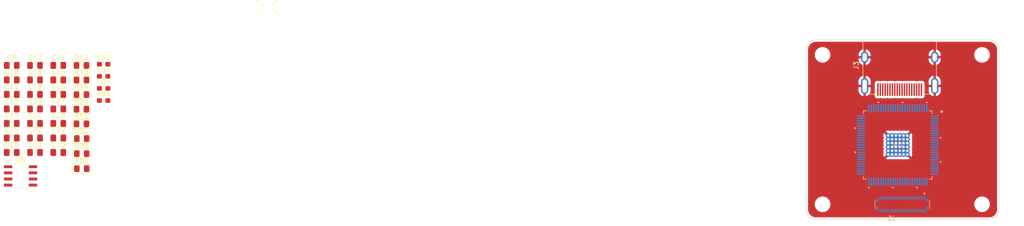
<source format=kicad_pcb>
(kicad_pcb (version 20240108) (generator "pcbnew") (generator_version "8.0")
  (layers (0 "F.Cu" signal) (1 "In1.Cu" signal) (2 "In2.Cu" signal) (31 "B.Cu" signal) (34 "B.Paste" user) (35 "F.Paste" user) (36 "B.SilkS" user "B.Silkscreen") (37 "F.SilkS" user "F.Silkscreen") (38 "B.Mask" user) (39 "F.Mask" user) (44 "Edge.Cuts" user))
  (net 0 "")
  (net 1 "GND")
  (net 2 "Net-(U8-EN)")
  (net 3 "+3V3")
  (net 4 "Net-(U4-PVDD)")
  (net 5 "Net-(C13-Pad1)")
  (net 6 "Net-(C14-Pad1)")
  (net 7 "Net-(C15-Pad1)")
  (net 8 "+5V")
  (net 9 "/HDMI In/DVI_IN_RECEP_SDA")
  (net 10 "/HDMI In/DVI_IN_HPD")
  (net 11 "Net-(J3-CK-)")
  (net 12 "Net-(J3-D2-)")
  (net 13 "/HDMI In/DVI_IN_RECEP_SCL")
  (net 14 "Net-(J3-CK+)")
  (net 15 "Net-(J3-D0-)")
  (net 16 "Net-(J3-D2+)")
  (net 17 "Net-(J3-D1-)")
  (net 18 "Net-(J3-D1+)")
  (net 19 "Net-(J3-D0+)")
  (net 26 "Net-(U4-*STAG)")
  (net 27 "Net-(U4-RSVD)")
  (net 28 "Net-(U4-DFO)")
  (net 30 "DVI_IN_GREEN_3")
  (net 35 "DVI_IN_BLUE_6")
  (net 37 "DVI_IN_RED_5")
  (net 38 "DVI_IN_GREEN_7")
  (net 42 "DVI_IN_GREEN_0")
  (net 44 "DVI_IN_RED_6")
  (net 46 "DVI_IN_BLUE_4")
  (net 47 "DVI_IN_RED_0")
  (net 48 "DVI_IN_DE")
  (net 50 "DVI_IN_GREEN_2")
  (net 52 "DVI_IN_BLUE_3")
  (net 53 "DVI_IN_BLUE_7")
  (net 55 "DVI_IN_BLUE_1")
  (net 60 "DVI_IN_RED_4")
  (net 62 "DVI_IN_GREEN_1")
  (net 63 "DVI_IN_BLUE_2")
  (net 66 "DVI_IN_RED_2")
  (net 68 "DVI_IN_RED_3")
  (net 69 "DVI_IN_BLUE_5")
  (net 70 "DVI_IN_GREEN_6")
  (net 71 "DVI_IN_VSYNC")
  (net 74 "DVI_IN_GREEN_5")
  (net 75 "DVI_IN_RED_1")
  (net 77 "DVI_IN_BLUE_0")
  (net 78 "DVI_IN_RED_7")
  (net 79 "DVI_IN_HSYNC")
  (net 83 "DVI_IN_GREEN_4")
  (net 84 "DVI_IN_SYNC_DET")
  (net 88 "DVI_IN_ODCK")
  (net 89 "DVI_IN_SDA")
  (net 90 "DVI_IN_SCL")
  (net 91 "XM_IO_1")
  (net 92 "XM_IO_6")
  (net 93 "XM_IO_21")
  (net 94 "XM_IO_8")
  (net 95 "XM_IO_9")
  (net 96 "XM_IO_16")
  (net 97 "XM_IO_2")
  (net 98 "XM_IO_30")
  (net 99 "XM_IO_7")
  (net 100 "XM_IO_24")
  (net 101 "XM_IO_10")
  (net 102 "XM_IO_17")
  (net 103 "XM_IO_12")
  (net 104 "XM_IO_5")
  (net 105 "XM_IO_25")
  (net 106 "XM_IO_23")
  (net 107 "XM_IO_18")
  (net 108 "XM_IO_26")
  (net 109 "XM_IO_29")
  (net 110 "XM_IO_4")
  (net 111 "XM_IO_14")
  (net 112 "XM_IO_20")
  (net 113 "XM_IO_27")
  (net 114 "XM_IO_11")
  (net 115 "XM_IO_22")
  (net 116 "XM_IO_15")
  (net 117 "XM_IO_28")
  (net 118 "XM_IO_19")
  (net 119 "XM_IO_3")
  (net 120 "XM_IO_13")
  (footprint "Capacitor_SMD:C_0805_2012Metric_Pad1.18x1.45mm_HandSolder" (layer "F.Cu") (at -42.751 38.644)
    (property "Reference" "C29" (at 0 -1.68 0) (layer "F.SilkS"))
    (property "Value" "10nF")
    (pad "1" smd roundrect (at -1.0375 0) (size 1.175 1.45) (layers "F.Cu" "F.Paste" "F.Mask") (roundrect_rratio 0.212766) (net 5 "Net-(C13-Pad1)"))
    (pad "2" smd roundrect (at 1.0375 0) (size 1.175 1.45) (layers "F.Cu" "F.Paste" "F.Mask") (roundrect_rratio 0.212766) (net 1 "GND"))
  )
  (footprint "Capacitor_SMD:C_0805_2012Metric_Pad1.18x1.45mm_HandSolder" (layer "F.Cu") (at -42.751 29.614)
    (property "Reference" "C26" (at 0 -1.68 0) (layer "F.SilkS"))
    (property "Value" "10nF")
    (pad "1" smd roundrect (at -1.0375 0) (size 1.175 1.45) (layers "F.Cu" "F.Paste" "F.Mask") (roundrect_rratio 0.212766) (net 5 "Net-(C13-Pad1)"))
    (pad "2" smd roundrect (at 1.0375 0) (size 1.175 1.45) (layers "F.Cu" "F.Paste" "F.Mask") (roundrect_rratio 0.212766) (net 1 "GND"))
  )
  (footprint "Capacitor_SMD:C_0805_2012Metric_Pad1.18x1.45mm_HandSolder" (layer "F.Cu") (at -47.561 38.644)
    (property "Reference" "C22" (at 0 -1.68 0) (layer "F.SilkS"))
    (property "Value" "10nF")
    (pad "1" smd roundrect (at -1.0375 0) (size 1.175 1.45) (layers "F.Cu" "F.Paste" "F.Mask") (roundrect_rratio 0.212766) (net 6 "Net-(C14-Pad1)"))
    (pad "2" smd roundrect (at 1.0375 0) (size 1.175 1.45) (layers "F.Cu" "F.Paste" "F.Mask") (roundrect_rratio 0.212766) (net 1 "GND"))
  )
  (footprint "Capacitor_SMD:C_0805_2012Metric_Pad1.18x1.45mm_HandSolder" (layer "F.Cu") (at -52.371 38.644)
    (property "Reference" "C15" (at 0 -1.68 0) (layer "F.SilkS"))
    (property "Value" "10uF")
    (pad "1" smd roundrect (at -1.0375 0) (size 1.175 1.45) (layers "F.Cu" "F.Paste" "F.Mask") (roundrect_rratio 0.212766) (net 7 "Net-(C15-Pad1)"))
    (pad "2" smd roundrect (at 1.0375 0) (size 1.175 1.45) (layers "F.Cu" "F.Paste" "F.Mask") (roundrect_rratio 0.212766) (net 1 "GND"))
  )
  (footprint "PCM_Resistor_SMD_AKL:R_0805_2012Metric_Pad1.15x1.40mm_HandSolder" (layer "F.Cu") (at -37.9445 35.7015)
    (property "Reference" "R51" (at 0 -1.65 0) (layer "F.SilkS"))
    (property "Value" "2.2k")
    (pad "1" smd roundrect (at -1.025 0) (size 1.15 1.4) (layers "F.Cu" "F.Paste" "F.Mask") (roundrect_rratio 0.217391))
    (pad "2" smd roundrect (at 1.025 0) (size 1.15 1.4) (layers "F.Cu" "F.Paste" "F.Mask") (roundrect_rratio 0.217391))
  )
  (footprint "Capacitor_SMD:C_0805_2012Metric_Pad1.18x1.45mm_HandSolder" (layer "F.Cu") (at -47.561 35.634)
    (property "Reference" "C21" (at 0 -1.68 0) (layer "F.SilkS"))
    (property "Value" "10nF")
    (pad "1" smd roundrect (at -1.0375 0) (size 1.175 1.45) (layers "F.Cu" "F.Paste" "F.Mask") (roundrect_rratio 0.212766) (net 6 "Net-(C14-Pad1)"))
    (pad "2" smd roundrect (at 1.0375 0) (size 1.175 1.45) (layers "F.Cu" "F.Paste" "F.Mask") (roundrect_rratio 0.212766) (net 1 "GND"))
  )
  (footprint "PCM_Resistor_SMD_AKL:R_0805_2012Metric_Pad1.15x1.40mm" (layer "F.Cu") (at -37.886 38.769)
    (property "Reference" "R52" (at 0 -1.7 0) (layer "F.SilkS"))
    (property "Value" "33k" (hide yes))
    (pad "1" smd roundrect (at -1.025 0) (size 1.15 1.4) (layers "F.Cu" "F.Paste" "F.Mask") (roundrect_rratio 0.217391) (net 26 "Net-(U4-*STAG)"))
    (pad "2" smd roundrect (at 1.025 0) (size 1.15 1.4) (layers "F.Cu" "F.Paste" "F.Mask") (roundrect_rratio 0.217391) (net 3 "+3V3"))
  )
  (footprint "Inductor_SMD:L_0603_1608Metric_Pad1.05x0.95mm_HandSolder" (layer "F.Cu") (at -33.371 28.364)
    (property "Reference" "FB4" (at 0 -1.43 0) (layer "F.SilkS"))
    (property "Value" "600Ω")
    (pad "1" smd roundrect (at -0.875 0) (size 1.05 0.95) (layers "F.Cu" "F.Paste" "F.Mask") (net 3 "+3V3"))
    (pad "2" smd roundrect (at 0.875 0) (size 1.05 0.95) (layers "F.Cu" "F.Paste" "F.Mask") (net 6 "Net-(C14-Pad1)"))
  )
  (footprint "Inductor_SMD:L_0603_1608Metric_Pad1.05x0.95mm_HandSolder" (layer "F.Cu") (at -33.371 25.854)
    (property "Reference" "FB3" (at 0 -1.43 0) (layer "F.SilkS"))
    (property "Value" "600Ω")
    (pad "1" smd roundrect (at -0.875 0) (size 1.05 0.95) (layers "F.Cu" "F.Paste" "F.Mask") (net 3 "+3V3"))
    (pad "2" smd roundrect (at 0.875 0) (size 1.05 0.95) (layers "F.Cu" "F.Paste" "F.Mask") (net 5 "Net-(C13-Pad1)"))
  )
  (footprint "Capacitor_SMD:C_0805_2012Metric_Pad1.18x1.45mm_HandSolder" (layer "F.Cu") (at -52.371 29.614)
    (property "Reference" "C12" (at 0 -1.68 0) (layer "F.SilkS"))
    (property "Value" "10uF")
    (pad "1" smd roundrect (at -1.0375 0) (size 1.175 1.45) (layers "F.Cu" "F.Paste" "F.Mask") (roundrect_rratio 0.212766) (net 4 "Net-(U4-PVDD)"))
    (pad "2" smd roundrect (at 1.0375 0) (size 1.175 1.45) (layers "F.Cu" "F.Paste" "F.Mask") (roundrect_rratio 0.212766) (net 1 "GND"))
  )
  (footprint "Capacitor_SMD:C_0805_2012Metric_Pad1.18x1.45mm_HandSolder" (layer "F.Cu") (at -52.371 26.604)
    (property "Reference" "C10" (at 0 -1.68 0) (layer "F.SilkS"))
    (property "Value" "470nF")
    (pad "1" smd roundrect (at -1.0375 0) (size 1.175 1.45) (layers "F.Cu" "F.Paste" "F.Mask") (roundrect_rratio 0.212766) (net 1 "GND"))
    (pad "2" smd roundrect (at 1.0375 0) (size 1.175 1.45) (layers "F.Cu" "F.Paste" "F.Mask") (roundrect_rratio 0.212766) (net 3 "+3V3"))
  )
  (footprint "Capacitor_SMD:C_0805_2012Metric_Pad1.18x1.45mm_HandSolder" (layer "F.Cu") (at -47.561 32.624)
    (property "Reference" "C20" (at 0 -1.68 0) (layer "F.SilkS"))
    (property "Value" "10nF")
    (pad "1" smd roundrect (at -1.0375 0) (size 1.175 1.45) (layers "F.Cu" "F.Paste" "F.Mask") (roundrect_rratio 0.212766) (net 6 "Net-(C14-Pad1)"))
    (pad "2" smd roundrect (at 1.0375 0) (size 1.175 1.45) (layers "F.Cu" "F.Paste" "F.Mask") (roundrect_rratio 0.212766) (net 1 "GND"))
  )
  (footprint "MountingHole:MountingHole_2.7mm_M2.5" (layer "F.Cu") (at 148.4 52.4)
    (property "Reference" "H2" (hide yes))
    (property "Value" "M2.5")
    (pad "" np_thru_hole circle (at 0 0) (size 2.7 2.7) (drill 2.7) (layers "*.Cu" "*.Mask"))
  )
  (footprint "Connector_HDMI:HDMI_A_Molex_208658-1001_Horizontal" (layer "F.Cu") (at 131.35 25.33 90)
    (property "Reference" "J3" (at 1.715 -9 -90) (layer "F.SilkS"))
    (property "Value" "HDMI_A")
    (pad "1" smd rect (at -3.285 -4.5 90) (size 2.6 0.3) (layers "F.Cu" "F.Paste" "F.Mask") (net 16 "Net-(J3-D2+)"))
    (pad "2" smd rect (at -3.285 -4 90) (size 2.6 0.3) (layers "F.Cu" "F.Paste" "F.Mask") (net 1 "GND"))
    (pad "3" smd rect (at -3.285 -3.5 90) (size 2.6 0.3) (layers "F.Cu" "F.Paste" "F.Mask") (net 12 "Net-(J3-D2-)"))
    (pad "4" smd rect (at -3.285 -3 90) (size 2.6 0.3) (layers "F.Cu" "F.Paste" "F.Mask") (net 18 "Net-(J3-D1+)"))
    (pad "5" smd rect (at -3.285 -2.5 90) (size 2.6 0.3) (layers "F.Cu" "F.Paste" "F.Mask") (net 1 "GND"))
    (pad "6" smd rect (at -3.285 -2 90) (size 2.6 0.3) (layers "F.Cu" "F.Paste" "F.Mask") (net 17 "Net-(J3-D1-)"))
    (pad "7" smd rect (at -3.285 -1.5 90) (size 2.6 0.3) (layers "F.Cu" "F.Paste" "F.Mask") (net 19 "Net-(J3-D0+)"))
    (pad "8" smd rect (at -3.285 -1 90) (size 2.6 0.3) (layers "F.Cu" "F.Paste" "F.Mask") (net 1 "GND"))
    (pad "9" smd rect (at -3.285 -0.5 90) (size 2.6 0.3) (layers "F.Cu" "F.Paste" "F.Mask") (net 15 "Net-(J3-D0-)"))
    (pad "10" smd rect (at -3.285 0 90) (size 2.6 0.3) (layers "F.Cu" "F.Paste" "F.Mask") (net 14 "Net-(J3-CK+)"))
    (pad "11" smd rect (at -3.285 0.5 90) (size 2.6 0.3) (layers "F.Cu" "F.Paste" "F.Mask") (net 1 "GND"))
    (pad "12" smd rect (at -3.285 1 90) (size 2.6 0.3) (layers "F.Cu" "F.Paste" "F.Mask") (net 11 "Net-(J3-CK-)"))
    (pad "13" smd rect (at -3.285 1.5 90) (size 2.6 0.3) (layers "F.Cu" "F.Paste" "F.Mask"))
    (pad "14" smd rect (at -3.285 2 90) (size 2.6 0.3) (layers "F.Cu" "F.Paste" "F.Mask"))
    (pad "15" smd rect (at -3.285 2.5 90) (size 2.6 0.3) (layers "F.Cu" "F.Paste" "F.Mask") (net 13 "/HDMI In/DVI_IN_RECEP_SCL"))
    (pad "16" smd rect (at -3.285 3 90) (size 2.6 0.3) (layers "F.Cu" "F.Paste" "F.Mask") (net 9 "/HDMI In/DVI_IN_RECEP_SDA"))
    (pad "17" smd rect (at -3.285 3.5 90) (size 2.6 0.3) (layers "F.Cu" "F.Paste" "F.Mask") (net 1 "GND"))
    (pad "18" smd rect (at -3.285 4 90) (size 2.6 0.3) (layers "F.Cu" "F.Paste" "F.Mask"))
    (pad "19" smd rect (at -3.285 4.5 90) (size 2.6 0.3) (layers "F.Cu" "F.Paste" "F.Mask") (net 10 "/HDMI In/DVI_IN_HPD"))
    (pad "SH" thru_hole oval (at -2.525 -7.25 90) (size 3.3 1.5) (drill oval 2.7 0.9) (layers "*.Cu" "*.Mask") (net 1 "GND"))
    (pad "SH" thru_hole oval (at -2.525 7.25 90) (size 3.3 1.5) (drill oval 2.7 0.9) (layers "*.Cu" "*.Mask") (net 1 "GND"))
    (pad "SH" thru_hole oval (at 3.435 -7.25 90) (size 2.3 1.5) (drill oval 1.7 0.9) (layers "*.Cu" "*.Mask") (net 1 "GND"))
    (pad "SH" thru_hole oval (at 3.435 7.25 90) (size 2.3 1.5) (drill oval 1.7 0.9) (layers "*.Cu" "*.Mask") (net 1 "GND"))
  )
  (footprint "MountingHole:MountingHole_2.7mm_M2.5" (layer "F.Cu") (at 115.4 21.4)
    (property "Reference" "H4" (hide yes))
    (property "Value" "M2.5")
    (pad "" np_thru_hole circle (at 0 0) (size 2.7 2.7) (drill 2.7) (layers "*.Cu" "*.Mask"))
  )
  (footprint "Capacitor_SMD:C_0805_2012Metric_Pad1.18x1.45mm_HandSolder" (layer "F.Cu") (at -47.561 41.654)
    (property "Reference" "C23" (at 0 -1.68 0) (layer "F.SilkS"))
    (property "Value" "10nF")
    (pad "1" smd roundrect (at -1.0375 0) (size 1.175 1.45) (layers "F.Cu" "F.Paste" "F.Mask") (roundrect_rratio 0.212766) (net 7 "Net-(C15-Pad1)"))
    (pad "2" smd roundrect (at 1.0375 0) (size 1.175 1.45) (layers "F.Cu" "F.Paste" "F.Mask") (roundrect_rratio 0.212766) (net 1 "GND"))
  )
  (footprint "Capacitor_SMD:C_0805_2012Metric_Pad1.18x1.45mm_HandSolder" (layer "F.Cu") (at -42.751 41.654)
    (property "Reference" "C30" (at 0 -1.68 0) (layer "F.SilkS"))
    (property "Value" "10nF")
    (pad "1" smd roundrect (at -1.0375 0) (size 1.175 1.45) (layers "F.Cu" "F.Paste" "F.Mask") (roundrect_rratio 0.212766) (net 5 "Net-(C13-Pad1)"))
    (pad "2" smd roundrect (at 1.0375 0) (size 1.175 1.45) (layers "F.Cu" "F.Paste" "F.Mask") (roundrect_rratio 0.212766) (net 1 "GND"))
  )
  (footprint "PCM_Resistor_SMD_AKL:R_0805_2012Metric_Pad1.15x1.40mm" (layer "F.Cu") (at -37.886 41.889)
    (property "Reference" "R53" (at 0 -1.7 0) (layer "F.SilkS"))
    (property "Value" "10k" (hide yes))
    (pad "1" smd roundrect (at -1.025 0) (size 1.15 1.4) (layers "F.Cu" "F.Paste" "F.Mask") (roundrect_rratio 0.217391) (net 27 "Net-(U4-RSVD)"))
    (pad "2" smd roundrect (at 1.025 0) (size 1.15 1.4) (layers "F.Cu" "F.Paste" "F.Mask") (roundrect_rratio 0.217391) (net 3 "+3V3"))
  )
  (footprint "PCM_Resistor_SMD_AKL:R_0805_2012Metric_Pad1.15x1.40mm" (layer "F.Cu") (at -37.886 45.009)
    (property "Reference" "R54" (at 0 -1.7 0) (layer "F.SilkS"))
    (property "Value" "33k" (hide yes))
    (pad "1" smd roundrect (at -1.025 0) (size 1.15 1.4) (layers "F.Cu" "F.Paste" "F.Mask") (roundrect_rratio 0.217391) (net 3 "+3V3"))
    (pad "2" smd roundrect (at 1.025 0) (size 1.15 1.4) (layers "F.Cu" "F.Paste" "F.Mask") (roundrect_rratio 0.217391) (net 28 "Net-(U4-DFO)"))
  )
  (footprint "Package_SO:SO-8_3.9x4.9mm_P1.27mm" (layer "F.Cu") (at -50.551 46.514)
    (property "Reference" "U8" (at 0 -3.4 0) (layer "F.SilkS"))
    (property "Value" "PCA9306D")
    (pad "1" smd roundrect (at -2.575 -1.905) (size 1.75 0.6) (layers "F.Cu" "F.Paste" "F.Mask") (net 1 "GND"))
    (pad "2" smd roundrect (at -2.575 -0.635) (size 1.75 0.6) (layers "F.Cu" "F.Paste" "F.Mask") (net 3 "+3V3"))
    (pad "3" smd roundrect (at -2.575 0.635) (size 1.75 0.6) (layers "F.Cu" "F.Paste" "F.Mask") (net 90 "DVI_IN_SCL"))
    (pad "4" smd roundrect (at -2.575 1.905) (size 1.75 0.6) (layers "F.Cu" "F.Paste" "F.Mask") (net 89 "DVI_IN_SDA"))
    (pad "5" smd roundrect (at 2.575 1.905) (size 1.75 0.6) (layers "F.Cu" "F.Paste" "F.Mask") (net 9 "/HDMI In/DVI_IN_RECEP_SDA"))
    (pad "6" smd roundrect (at 2.575 0.635) (size 1.75 0.6) (layers "F.Cu" "F.Paste" "F.Mask") (net 13 "/HDMI In/DVI_IN_RECEP_SCL"))
    (pad "7" smd roundrect (at 2.575 -0.635) (size 1.75 0.6) (layers "F.Cu" "F.Paste" "F.Mask") (net 2 "Net-(U8-EN)"))
    (pad "8" smd roundrect (at 2.575 -1.905) (size 1.75 0.6) (layers "F.Cu" "F.Paste" "F.Mask") (net 2 "Net-(U8-EN)"))
  )
  (footprint "Capacitor_SMD:C_0805_2012Metric_Pad1.18x1.45mm_HandSolder" (layer "F.Cu") (at -42.751 35.634)
    (property "Reference" "C28" (at 0 -1.68 0) (layer "F.SilkS"))
    (property "Value" "10nF")
    (pad "1" smd roundrect (at -1.0375 0) (size 1.175 1.45) (layers "F.Cu" "F.Paste" "F.Mask") (roundrect_rratio 0.212766) (net 5 "Net-(C13-Pad1)"))
    (pad "2" smd roundrect (at 1.0375 0) (size 1.175 1.45) (layers "F.Cu" "F.Paste" "F.Mask") (roundrect_rratio 0.212766) (net 1 "GND"))
  )
  (footprint "Capacitor_SMD:C_0805_2012Metric_Pad1.18x1.45mm_HandSolder" (layer "F.Cu") (at -52.371 23.594)
    (property "Reference" "C8" (at 0 -1.68 0) (layer "F.SilkS"))
    (property "Value" "100pF")
    (pad "1" smd roundrect (at -1.0375 0) (size 1.175 1.45) (layers "F.Cu" "F.Paste" "F.Mask") (roundrect_rratio 0.212766) (net 1 "GND"))
    (pad "2" smd roundrect (at 1.0375 0) (size 1.175 1.45) (layers "F.Cu" "F.Paste" "F.Mask") (roundrect_rratio 0.212766) (net 2 "Net-(U8-EN)"))
  )
  (footprint "Capacitor_SMD:C_0805_2012Metric_Pad1.18x1.45mm_HandSolder" (layer "F.Cu") (at -47.561 23.594)
    (property "Reference" "C17" (at 0 -1.68 0) (layer "F.SilkS"))
    (property "Value" "10nF")
    (pad "1" smd roundrect (at -1.0375 0) (size 1.175 1.45) (layers "F.Cu" "F.Paste" "F.Mask") (roundrect_rratio 0.212766) (net 4 "Net-(U4-PVDD)"))
    (pad "2" smd roundrect (at 1.0375 0) (size 1.175 1.45) (layers "F.Cu" "F.Paste" "F.Mask") (roundrect_rratio 0.212766) (net 1 "GND"))
  )
  (footprint "Capacitor_SMD:C_0805_2012Metric_Pad1.18x1.45mm_HandSolder" (layer "F.Cu") (at -47.561 29.614)
    (property "Reference" "C19" (at 0 -1.68 0) (layer "F.SilkS"))
    (property "Value" "10nF")
    (pad "1" smd roundrect (at -1.0375 0) (size 1.175 1.45) (layers "F.Cu" "F.Paste" "F.Mask") (roundrect_rratio 0.212766) (net 6 "Net-(C14-Pad1)"))
    (pad "2" smd roundrect (at 1.0375 0) (size 1.175 1.45) (layers "F.Cu" "F.Paste" "F.Mask") (roundrect_rratio 0.212766) (net 1 "GND"))
  )
  (footprint "Capacitor_SMD:C_0805_2012Metric_Pad1.18x1.45mm_HandSolder" (layer "F.Cu") (at -42.751 26.604)
    (property "Reference" "C25" (at 0 -1.68 0) (layer "F.SilkS"))
    (property "Value" "10nF")
    (pad "1" smd roundrect (at -1.0375 0) (size 1.175 1.45) (layers "F.Cu" "F.Paste" "F.Mask") (roundrect_rratio 0.212766) (net 7 "Net-(C15-Pad1)"))
    (pad "2" smd roundrect (at 1.0375 0) (size 1.175 1.45) (layers "F.Cu" "F.Paste" "F.Mask") (roundrect_rratio 0.212766) (net 1 "GND"))
  )
  (footprint "Capacitor_SMD:C_0805_2012Metric_Pad1.18x1.45mm_HandSolder" (layer "F.Cu") (at -47.561 26.604)
    (property "Reference" "C18" (at 0 -1.68 0) (layer "F.SilkS"))
    (property "Value" "10nF")
    (pad "1" smd roundrect (at -1.0375 0) (size 1.175 1.45) (layers "F.Cu" "F.Paste" "F.Mask") (roundrect_rratio 0.212766) (net 4 "Net-(U4-PVDD)"))
    (pad "2" smd roundrect (at 1.0375 0) (size 1.175 1.45) (layers "F.Cu" "F.Paste" "F.Mask") (roundrect_rratio 0.212766) (net 1 "GND"))
  )
  (footprint "MountingHole:MountingHole_2.7mm_M2.5" (layer "F.Cu") (at 148.4 21.4)
    (property "Reference" "H3" (hide yes))
    (property "Value" "M2.5")
    (pad "" np_thru_hole circle (at 0 0) (size 2.7 2.7) (drill 2.7) (layers "*.Cu" "*.Mask"))
  )
  (footprint "PCM_Resistor_SMD_AKL:R_0805_2012Metric_Pad1.15x1.40mm_HandSolder" (layer "F.Cu") (at -37.9445 29.6515)
    (property "Reference" "R44" (at 0 -1.65 0) (layer "F.SilkS"))
    (property "Value" "200k")
    (pad "1" smd roundrect (at -1.025 0) (size 1.15 1.4) (layers "F.Cu" "F.Paste" "F.Mask") (roundrect_rratio 0.217391) (net 8 "+5V"))
    (pad "2" smd roundrect (at 1.025 0) (size 1.15 1.4) (layers "F.Cu" "F.Paste" "F.Mask") (roundrect_rratio 0.217391) (net 2 "Net-(U8-EN)"))
  )
  (footprint "Capacitor_SMD:C_0805_2012Metric_Pad1.18x1.45mm_HandSolder" (layer "F.Cu") (at -52.371 35.634)
    (property "Reference" "C14" (at 0 -1.68 0) (layer "F.SilkS"))
    (property "Value" "10uF")
    (pad "1" smd roundrect (at -1.0375 0) (size 1.175 1.45) (layers "F.Cu" "F.Paste" "F.Mask") (roundrect_rratio 0.212766) (net 6 "Net-(C14-Pad1)"))
    (pad "2" smd roundrect (at 1.0375 0) (size 1.175 1.45) (layers "F.Cu" "F.Paste" "F.Mask") (roundrect_rratio 0.212766) (net 1 "GND"))
  )
  (footprint "Capacitor_SMD:C_0805_2012Metric_Pad1.18x1.45mm_HandSolder" (layer "F.Cu") (at -52.371 32.624)
    (property "Reference" "C13" (at 0 -1.68 0) (layer "F.SilkS"))
    (property "Value" "10uF")
    (pad "1" smd roundrect (at -1.0375 0) (size 1.175 1.45) (layers "F.Cu" "F.Paste" "F.Mask") (roundrect_rratio 0.212766) (net 5 "Net-(C13-Pad1)"))
    (pad "2" smd roundrect (at 1.0375 0) (size 1.175 1.45) (layers "F.Cu" "F.Paste" "F.Mask") (roundrect_rratio 0.212766) (net 1 "GND"))
  )
  (footprint "Capacitor_SMD:C_0805_2012Metric_Pad1.18x1.45mm_HandSolder" (layer "F.Cu") (at -42.751 23.594)
    (property "Reference" "C24" (at 0 -1.68 0) (layer "F.SilkS"))
    (property "Value" "10nF")
    (pad "1" smd roundrect (at -1.0375 0) (size 1.175 1.45) (layers "F.Cu" "F.Paste" "F.Mask") (roundrect_rratio 0.212766) (net 7 "Net-(C15-Pad1)"))
    (pad "2" smd roundrect (at 1.0375 0) (size 1.175 1.45) (layers "F.Cu" "F.Paste" "F.Mask") (roundrect_rratio 0.212766) (net 1 "GND"))
  )
  (footprint "MountingHole:MountingHole_2.7mm_M2.5" (layer "F.Cu") (at 115.4 52.4)
    (property "Reference" "H1" (hide yes))
    (property "Value" "M2.5")
    (pad "" np_thru_hole circle (at 0 0) (size 2.7 2.7) (drill 2.7) (layers "*.Cu" "*.Mask"))
  )
  (footprint "PCM_Resistor_SMD_AKL:R_0805_2012Metric_Pad1.15x1.40mm_HandSolder" (layer "F.Cu") (at -37.9445 23.6015)
    (property "Reference" "R42" (at 0 -1.65 0) (layer "F.SilkS"))
    (property "Value" "2.2k")
    (pad "1" smd roundrect (at -1.025 0) (size 1.15 1.4) (layers "F.Cu" "F.Paste" "F.Mask") (roundrect_rratio 0.217391) (net 8 "+5V"))
    (pad "2" smd roundrect (at 1.025 0) (size 1.15 1.4) (layers "F.Cu" "F.Paste" "F.Mask") (roundrect_rratio 0.217391) (net 9 "/HDMI In/DVI_IN_RECEP_SDA"))
  )
  (footprint "PCM_Resistor_SMD_AKL:R_0805_2012Metric_Pad1.15x1.40mm_HandSolder" (layer "F.Cu") (at -37.9445 32.6765)
    (property "Reference" "R50" (at 0 -1.65 0) (layer "F.SilkS"))
    (property "Value" "2.2k")
    (pad "1" smd roundrect (at -1.025 0) (size 1.15 1.4) (layers "F.Cu" "F.Paste" "F.Mask") (roundrect_rratio 0.217391))
    (pad "2" smd roundrect (at 1.025 0) (size 1.15 1.4) (layers "F.Cu" "F.Paste" "F.Mask") (roundrect_rratio 0.217391))
  )
  (footprint "Mousebites:mouse-bite-2.54mm-slot" (layer "F.Cu") (at 0.504 11.379)
    (property "Reference" "X5" (hide yes))
    (property "Value" "Mousebites" (hide yes))
    (pad "" np_thru_hole circle (at -0.8 -1.1) (size 0.5 0.5) (drill 0.5) (layers "*.Cu" "*.Mask"))
    (pad "" np_thru_hole circle (at -0.8 1.1) (size 0.5 0.5) (drill 0.5) (layers "*.Cu" "*.Mask"))
    (pad "" np_thru_hole circle (at 0 -1.1) (size 0.5 0.5) (drill 0.5) (layers "*.Cu" "*.Mask"))
    (pad "" np_thru_hole circle (at 0 1.1) (size 0.5 0.5) (drill 0.5) (layers "*.Cu" "*.Mask"))
    (pad "" np_thru_hole circle (at 0.8 -1.1) (size 0.5 0.5) (drill 0.5) (layers "*.Cu" "*.Mask"))
    (pad "" np_thru_hole circle (at 0.8 1.1) (size 0.5 0.5) (drill 0.5) (layers "*.Cu" "*.Mask"))
  )
  (footprint "Capacitor_SMD:C_0805_2012Metric_Pad1.18x1.45mm_HandSolder" (layer "F.Cu") (at -52.371 41.654)
    (property "Reference" "C16" (at 0 -1.68 0) (layer "F.SilkS"))
    (property "Value" "10nF")
    (pad "1" smd roundrect (at -1.0375 0) (size 1.175 1.45) (layers "F.Cu" "F.Paste" "F.Mask") (roundrect_rratio 0.212766) (net 4 "Net-(U4-PVDD)"))
    (pad "2" smd roundrect (at 1.0375 0) (size 1.175 1.45) (layers "F.Cu" "F.Paste" "F.Mask") (roundrect_rratio 0.212766) (net 1 "GND"))
  )
  (footprint "Inductor_SMD:L_0603_1608Metric_Pad1.05x0.95mm_HandSolder" (layer "F.Cu") (at -33.371 23.344)
    (property "Reference" "FB2" (at 0 -1.43 0) (layer "F.SilkS"))
    (property "Value" "600Ω")
    (pad "1" smd roundrect (at -0.875 0) (size 1.05 0.95) (layers "F.Cu" "F.Paste" "F.Mask") (net 3 "+3V3"))
    (pad "2" smd roundrect (at 0.875 0) (size 1.05 0.95) (layers "F.Cu" "F.Paste" "F.Mask") (net 4 "Net-(U4-PVDD)"))
  )
  (footprint "Inductor_SMD:L_0603_1608Metric_Pad1.05x0.95mm_HandSolder" (layer "F.Cu") (at -33.371 30.874)
    (property "Reference" "FB5" (at 0 -1.43 0) (layer "F.SilkS"))
    (property "Value" "600Ω")
    (pad "1" smd roundrect (at -0.875 0) (size 1.05 0.95) (layers "F.Cu" "F.Paste" "F.Mask") (net 3 "+3V3"))
    (pad "2" smd roundrect (at 0.875 0) (size 1.05 0.95) (layers "F.Cu" "F.Paste" "F.Mask") (net 7 "Net-(C15-Pad1)"))
  )
  (footprint "Capacitor_SMD:C_0805_2012Metric_Pad1.18x1.45mm_HandSolder" (layer "F.Cu") (at -42.751 32.624)
    (property "Reference" "C27" (at 0 -1.68 0) (layer "F.SilkS"))
    (property "Value" "10nF")
    (pad "1" smd roundrect (at -1.0375 0) (size 1.175 1.45) (layers "F.Cu" "F.Paste" "F.Mask") (roundrect_rratio 0.212766) (net 5 "Net-(C13-Pad1)"))
    (pad "2" smd roundrect (at 1.0375 0) (size 1.175 1.45) (layers "F.Cu" "F.Paste" "F.Mask") (roundrect_rratio 0.212766) (net 1 "GND"))
  )
  (footprint "PCM_Resistor_SMD_AKL:R_0805_2012Metric_Pad1.15x1.40mm_HandSolder" (layer "F.Cu") (at -37.9445 26.6265)
    (property "Reference" "R43" (at 0 -1.65 0) (layer "F.SilkS"))
    (property "Value" "2.2k")
    (pad "1" smd roundrect (at -1.025 0) (size 1.15 1.4) (layers "F.Cu" "F.Paste" "F.Mask") (roundrect_rratio 0.217391) (net 8 "+5V"))
    (pad "2" smd roundrect (at 1.025 0) (size 1.15 1.4) (layers "F.Cu" "F.Paste" "F.Mask") (roundrect_rratio 0.217391) (net 13 "/HDMI In/DVI_IN_RECEP_SCL"))
  )
  (footprint "DF40GB_48DP_0_4V_58_:HIROSE_DF40GB-48DP-0.4V_58_" (layer "B.Cu") (at 131.9 52.4)
    (property "Reference" "J1" (at -2.2225 2.8575 0) (layer "B.SilkS") (effects (justify mirror)))
    (property "Value" "DF40GB-48DP-0.4V(51 or 58)" (hide yes))
    (pad "1" smd rect (at 4.6 -1.335) (size 0.23 0.66) (layers "B.Cu") (net 91 "XM_IO_1"))
    (pad "2" smd rect (at 4.6 1.335) (size 0.23 0.66) (layers "B.Cu") (net 1 "GND"))
    (pad "3" smd rect (at 4.2 -1.335) (size 0.23 0.66) (layers "B.Cu") (net 97 "XM_IO_2"))
    (pad "4" smd rect (at 4.2 1.335) (size 0.23 0.66) (layers "B.Cu") (net 1 "GND"))
    (pad "5" smd rect (at 3.8 -1.335) (size 0.23 0.66) (layers "B.Cu") (net 119 "XM_IO_3"))
    (pad "6" smd rect (at 3.8 1.335) (size 0.23 0.66) (layers "B.Cu") (net 1 "GND"))
    (pad "7" smd rect (at 3.4 -1.335) (size 0.23 0.66) (layers "B.Cu") (net 110 "XM_IO_4"))
    (pad "8" smd rect (at 3.4 1.335) (size 0.23 0.66) (layers "B.Cu") (net 1 "GND"))
    (pad "9" smd rect (at 3 -1.335) (size 0.23 0.66) (layers "B.Cu") (net 104 "XM_IO_5"))
    (pad "10" smd rect (at 3 1.335) (size 0.23 0.66) (layers "B.Cu") (net 8 "+5V"))
    (pad "11" smd rect (at 2.6 -1.335) (size 0.23 0.66) (layers "B.Cu") (net 92 "XM_IO_6"))
    (pad "12" smd rect (at 2.6 1.335) (size 0.23 0.66) (layers "B.Cu") (net 98 "XM_IO_30"))
    (pad "13" smd rect (at 2.2 -1.335) (size 0.23 0.66) (layers "B.Cu") (net 99 "XM_IO_7"))
    (pad "14" smd rect (at 2.2 1.335) (size 0.23 0.66) (layers "B.Cu") (net 109 "XM_IO_29"))
    (pad "15" smd rect (at 1.8 -1.335) (size 0.23 0.66) (layers "B.Cu") (net 1 "GND"))
    (pad "16" smd rect (at 1.8 1.335) (size 0.23 0.66) (layers "B.Cu") (net 1 "GND"))
    (pad "17" smd rect (at 1.4 -1.335) (size 0.23 0.66) (layers "B.Cu") (net 1 "GND"))
    (pad "18" smd rect (at 1.4 1.335) (size 0.23 0.66) (layers "B.Cu") (net 1 "GND"))
    (pad "19" smd rect (at 1 -1.335) (size 0.23 0.66) (layers "B.Cu") (net 94 "XM_IO_8"))
    (pad "20" smd rect (at 1 1.335) (size 0.23 0.66) (layers "B.Cu") (net 117 "XM_IO_28"))
    (pad "21" smd rect (at 0.6 -1.335) (size 0.23 0.66) (layers "B.Cu") (net 95 "XM_IO_9"))
    (pad "22" smd rect (at 0.6 1.335) (size 0.23 0.66) (layers "B.Cu") (net 113 "XM_IO_27"))
    (pad "23" smd rect (at 0.2 -1.335) (size 0.23 0.66) (layers "B.Cu") (net 101 "XM_IO_10"))
    (pad "24" smd rect (at 0.2 1.335) (size 0.23 0.66) (layers "B.Cu") (net 108 "XM_IO_26"))
    (pad "25" smd rect (at -0.2 -1.335) (size 0.23 0.66) (layers "B.Cu") (net 114 "XM_IO_11"))
    (pad "26" smd rect (at -0.2 1.335) (size 0.23 0.66) (layers "B.Cu") (net 105 "XM_IO_25"))
    (pad "27" smd rect (at -0.6 -1.335) (size 0.23 0.66) (layers "B.Cu") (net 103 "XM_IO_12"))
    (pad "28" smd rect (at -0.6 1.335) (size 0.23 0.66) (layers "B.Cu") (net 100 "XM_IO_24"))
    (pad "29" smd rect (at -1 -1.335) (size 0.23 0.66) (layers "B.Cu") (net 120 "XM_IO_13"))
    (pad "30" smd rect (at -1 1.335) (size 0.23 0.66) (layers "B.Cu") (net 106 "XM_IO_23"))
    (pad "31" smd rect (at -1.4 -1.335) (size 0.23 0.66) (layers "B.Cu") (net 1 "GND"))
    (pad "32" smd rect (at -1.4 1.335) (size 0.23 0.66) (layers "B.Cu") (net 1 "GND"))
    (pad "33" smd rect (at -1.8 -1.335) (size 0.23 0.66) (layers "B.Cu") (net 1 "GND"))
    (pad "34" smd rect (at -1.8 1.335) (size 0.23 0.66) (layers "B.Cu") (net 1 "GND"))
    (pad "35" smd rect (at -2.2 -1.335) (size 0.23 0.66) (layers "B.Cu") (net 111 "XM_IO_14"))
    (pad "36" smd rect (at -2.2 1.335) (size 0.23 0.66) (layers "B.Cu") (net 115 "XM_IO_22"))
    (pad "37" smd rect (at -2.6 -1.335) (size 0.23 0.66) (layers "B.Cu") (net 116 "XM_IO_15"))
    (pad "38" smd rect (at -2.6 1.335) (size 0.23 0.66) (layers "B.Cu") (net 93 "XM_IO_21"))
    (pad "39" smd rect (at -3 -1.335) (size 0.23 0.66) (layers "B.Cu") (net 96 "XM_IO_16"))
    (pad "40" smd rect (at -3 1.335) (size 0.23 0.66) (layers "B.Cu") (net 3 "+3V3"))
    (pad "41" smd rect (at -3.4 -1.335) (size 0.23 0.66) (layers "B.Cu") (net 102 "XM_IO_17"))
    (pad "42" smd rect (at -3.4 1.335) (size 0.23 0.66) (layers "B.Cu") (net 3 "+3V3"))
    (pad "43" smd rect (at -3.8 -1.335) (size 0.23 0.66) (layers "B.Cu") (net 107 "XM_IO_18"))
    (pad "44" smd rect (at -3.8 1.335) (size 0.23 0.66) (layers "B.Cu") (net 3 "+3V3"))
    (pad "45" smd rect (at -4.2 -1.335) (size 0.23 0.66) (layers "B.Cu") (net 118 "XM_IO_19"))
    (pad "46" smd rect (at -4.2 1.335) (size 0.23 0.66) (layers "B.Cu") (net 3 "+3V3"))
    (pad "47" smd rect (at -4.6 -1.335) (size 0.23 0.66) (layers "B.Cu") (net 112 "XM_IO_20"))
    (pad "48" smd rect (at -4.6 1.335) (size 0.23 0.66) (layers "B.Cu") (net 3 "+3V3"))
    (pad "SH1" smd rect (at -5.135 -0.86) (size 0.35 0.7) (layers "B.Cu") (net 1 "GND"))
    (pad "SH2" smd rect (at -5.135 0.86) (size 0.35 0.7) (layers "B.Cu") (net 1 "GND"))
    (pad "SH3" smd rect (at 5.135 -0.86) (size 0.35 0.7) (layers "B.Cu") (net 1 "GND"))
    (pad "SH4" smd rect (at 5.135 0.86) (size 0.35 0.7) (layers "B.Cu") (net 1 "GND"))
  )
  (footprint "TFP401PZP:PZP100_5P2X5P2" (layer "B.Cu") (at 130.970001 40.1 180)
    (property "Reference" "U4" (at 0 0 0) (layer "B.SilkS") (effects (justify mirror)))
    (property "Value" "TFP401PZP")
    (fp_text user "*" (at -9.0932 6.631 0) (layer "B.SilkS") (effects (justify mirror)))
    (fp_text user "*" (at -9.0932 6.631 0) (layer "B.SilkS") (effects (justify mirror)))
    (pad "1" smd roundrect (at -7.62 6.000001 90) (size 0.2794 1.6764) (layers "B.Cu" "B.Paste" "B.Mask") (net 28 "Net-(U4-DFO)"))
    (pad "2" smd roundrect (at -7.62 5.499999 90) (size 0.2794 1.6764) (layers "B.Cu" "B.Paste" "B.Mask"))
    (pad "3" smd roundrect (at -7.62 5 90) (size 0.2794 1.6764) (layers "B.Cu" "B.Paste" "B.Mask") (net 1 "GND"))
    (pad "4" smd roundrect (at -7.62 4.500001 90) (size 0.2794 1.6764) (layers "B.Cu" "B.Paste" "B.Mask") (net 1 "GND"))
    (pad "5" smd roundrect (at -7.62 4 90) (size 0.2794 1.6764) (layers "B.Cu" "B.Paste" "B.Mask") (net 1 "GND"))
    (pad "6" smd roundrect (at -7.62 3.500001 90) (size 0.2794 1.6764) (layers "B.Cu" "B.Paste" "B.Mask") (net 7 "Net-(C15-Pad1)"))
    (pad "7" smd roundrect (at -7.62 2.999999 90) (size 0.2794 1.6764) (layers "B.Cu" "B.Paste" "B.Mask") (net 26 "Net-(U4-*STAG)"))
    (pad "8" smd roundrect (at -7.62 2.5 90) (size 0.2794 1.6764) (layers "B.Cu" "B.Paste" "B.Mask") (net 84 "DVI_IN_SYNC_DET"))
    (pad "9" smd roundrect (at -7.62 2.000001 90) (size 0.2794 1.6764) (layers "B.Cu" "B.Paste" "B.Mask"))
    (pad "10" smd roundrect (at -7.62 1.5 90) (size 0.2794 1.6764) (layers "B.Cu" "B.Paste" "B.Mask") (net 77 "DVI_IN_BLUE_0"))
    (pad "11" smd roundrect (at -7.62 1.000001 90) (size 0.2794 1.6764) (layers "B.Cu" "B.Paste" "B.Mask") (net 55 "DVI_IN_BLUE_1"))
    (pad "12" smd roundrect (at -7.62 0.500002 90) (size 0.2794 1.6764) (layers "B.Cu" "B.Paste" "B.Mask") (net 63 "DVI_IN_BLUE_2"))
    (pad "13" smd roundrect (at -7.62 0 90) (size 0.2794 1.6764) (layers "B.Cu" "B.Paste" "B.Mask") (net 52 "DVI_IN_BLUE_3"))
    (pad "14" smd roundrect (at -7.62 -0.499999 90) (size 0.2794 1.6764) (layers "B.Cu" "B.Paste" "B.Mask") (net 46 "DVI_IN_BLUE_4"))
    (pad "15" smd roundrect (at -7.62 -1.000001 90) (size 0.2794 1.6764) (layers "B.Cu" "B.Paste" "B.Mask") (net 69 "DVI_IN_BLUE_5"))
    (pad "16" smd roundrect (at -7.62 -1.5 90) (size 0.2794 1.6764) (layers "B.Cu" "B.Paste" "B.Mask") (net 35 "DVI_IN_BLUE_6"))
    (pad "17" smd roundrect (at -7.62 -1.999999 90) (size 0.2794 1.6764) (layers "B.Cu" "B.Paste" "B.Mask") (net 53 "DVI_IN_BLUE_7"))
    (pad "18" smd roundrect (at -7.62 -2.5 90) (size 0.2794 1.6764) (layers "B.Cu" "B.Paste" "B.Mask") (net 5 "Net-(C13-Pad1)"))
    (pad "19" smd roundrect (at -7.62 -2.999999 90) (size 0.2794 1.6764) (layers "B.Cu" "B.Paste" "B.Mask") (net 1 "GND"))
    (pad "20" smd roundrect (at -7.62 -3.500001 90) (size 0.2794 1.6764) (layers "B.Cu" "B.Paste" "B.Mask") (net 42 "DVI_IN_GREEN_0"))
    (pad "21" smd roundrect (at -7.62 -4 90) (size 0.2794 1.6764) (layers "B.Cu" "B.Paste" "B.Mask") (net 62 "DVI_IN_GREEN_1"))
    (pad "22" smd roundrect (at -7.62 -4.499999 90) (size 0.2794 1.6764) (layers "B.Cu" "B.Paste" "B.Mask") (net 50 "DVI_IN_GREEN_2"))
    (pad "23" smd roundrect (at -7.62 -5 90) (size 0.2794 1.6764) (layers "B.Cu" "B.Paste" "B.Mask") (net 30 "DVI_IN_GREEN_3"))
    (pad "24" smd roundrect (at -7.62 -5.499999 90) (size 0.2794 1.6764) (layers "B.Cu" "B.Paste" "B.Mask") (net 83 "DVI_IN_GREEN_4"))
    (pad "25" smd roundrect (at -7.62 -6.000001 90) (size 0.2794 1.6764) (layers "B.Cu" "B.Paste" "B.Mask") (net 74 "DVI_IN_GREEN_5"))
    (pad "26" smd roundrect (at -6.000001 -7.62 180) (size 0.2794 1.6764) (layers "B.Cu" "B.Paste" "B.Mask") (net 70 "DVI_IN_GREEN_6"))
    (pad "27" smd roundrect (at -5.499999 -7.62 180) (size 0.2794 1.6764) (layers "B.Cu" "B.Paste" "B.Mask") (net 38 "DVI_IN_GREEN_7"))
    (pad "28" smd roundrect (at -5 -7.62 180) (size 0.2794 1.6764) (layers "B.Cu" "B.Paste" "B.Mask") (net 1 "GND"))
    (pad "29" smd roundrect (at -4.500001 -7.62 180) (size 0.2794 1.6764) (layers "B.Cu" "B.Paste" "B.Mask") (net 5 "Net-(C13-Pad1)"))
    (pad "30" smd roundrect (at -4 -7.62 180) (size 0.2794 1.6764) (layers "B.Cu" "B.Paste" "B.Mask") (net 47 "DVI_IN_RED_0"))
    (pad "31" smd roundrect (at -3.500001 -7.62 180) (size 0.2794 1.6764) (layers "B.Cu" "B.Paste" "B.Mask") (net 75 "DVI_IN_RED_1"))
    (pad "32" smd roundrect (at -2.999999 -7.62 180) (size 0.2794 1.6764) (layers "B.Cu" "B.Paste" "B.Mask") (net 66 "DVI_IN_RED_2"))
    (pad "33" smd roundrect (at -2.5 -7.62 180) (size 0.2794 1.6764) (layers "B.Cu" "B.Paste" "B.Mask") (net 68 "DVI_IN_RED_3"))
    (pad "34" smd roundrect (at -2.000001 -7.62 180) (size 0.2794 1.6764) (layers "B.Cu" "B.Paste" "B.Mask") (net 60 "DVI_IN_RED_4"))
    (pad "35" smd roundrect (at -1.5 -7.62 180) (size 0.2794 1.6764) (layers "B.Cu" "B.Paste" "B.Mask") (net 37 "DVI_IN_RED_5"))
    (pad "36" smd roundrect (at -1.000001 -7.62 180) (size 0.2794 1.6764) (layers "B.Cu" "B.Paste" "B.Mask") (net 44 "DVI_IN_RED_6"))
    (pad "37" smd roundrect (at -0.499999 -7.62 180) (size 0.2794 1.6764) (layers "B.Cu" "B.Paste" "B.Mask") (net 78 "DVI_IN_RED_7"))
    (pad "38" smd roundrect (at 0 -7.62 180) (size 0.2794 1.6764) (layers "B.Cu" "B.Paste" "B.Mask") (net 7 "Net-(C15-Pad1)"))
    (pad "39" smd roundrect (at 0.499999 -7.62 180) (size 0.2794 1.6764) (layers "B.Cu" "B.Paste" "B.Mask") (net 1 "GND"))
    (pad "40" smd roundrect (at 1.000001 -7.62 180) (size 0.2794 1.6764) (layers "B.Cu" "B.Paste" "B.Mask"))
    (pad "41" smd roundrect (at 1.5 -7.62 180) (size 0.2794 1.6764) (layers "B.Cu" "B.Paste" "B.Mask"))
    (pad "42" smd roundrect (at 2.000001 -7.62 180) (size 0.2794 1.6764) (layers "B.Cu" "B.Paste" "B.Mask"))
    (pad "43" smd roundrect (at 2.5 -7.62 180) (size 0.2794 1.6764) (layers "B.Cu" "B.Paste" "B.Mask") (net 5 "Net-(C13-Pad1)"))
    (pad "44" smd roundrect (at 2.999999 -7.62 180) (size 0.2794 1.6764) (layers "B.Cu" "B.Paste" "B.Mask") (net 88 "DVI_IN_ODCK"))
    (pad "45" smd roundrect (at 3.500001 -7.62 180) (size 0.2794 1.6764) (layers "B.Cu" "B.Paste" "B.Mask") (net 1 "GND"))
    (pad "46" smd roundrect (at 4 -7.62 180) (size 0.2794 1.6764) (layers "B.Cu" "B.Paste" "B.Mask") (net 48 "DVI_IN_DE"))
    (pad "47" smd roundrect (at 4.500001 -7.62 180) (size 0.2794 1.6764) (layers "B.Cu" "B.Paste" "B.Mask") (net 71 "DVI_IN_VSYNC"))
    (pad "48" smd roundrect (at 5 -7.62 180) (size 0.2794 1.6764) (layers "B.Cu" "B.Paste" "B.Mask") (net 79 "DVI_IN_HSYNC"))
    (pad "49" smd roundrect (at 5.499999 -7.62 180) (size 0.2794 1.6764) (layers "B.Cu" "B.Paste" "B.Mask"))
    (pad "50" smd roundrect (at 6.000001 -7.62 180) (size 0.2794 1.6764) (layers "B.Cu" "B.Paste" "B.Mask"))
    (pad "51" smd roundrect (at 7.62 -6.000001 90) (size 0.2794 1.6764) (layers "B.Cu" "B.Paste" "B.Mask"))
    (pad "52" smd roundrect (at 7.62 -5.499999 90) (size 0.2794 1.6764) (layers "B.Cu" "B.Paste" "B.Mask"))
    (pad "53" smd roundrect (at 7.62 -5 90) (size 0.2794 1.6764) (layers "B.Cu" "B.Paste" "B.Mask"))
    (pad "54" smd roundrect (at 7.62 -4.500001 90) (size 0.2794 1.6764) (layers "B.Cu" "B.Paste" "B.Mask"))
    (pad "55" smd roundrect (at 7.62 -4 90) (size 0.2794 1.6764) (layers "B.Cu" "B.Paste" "B.Mask"))
    (pad "56" smd roundrect (at 7.62 -3.500001 90) (size 0.2794 1.6764) (layers "B.Cu" "B.Paste" "B.Mask"))
    (pad "57" smd roundrect (at 7.62 -2.999999 90) (size 0.2794 1.6764) (layers "B.Cu" "B.Paste" "B.Mask") (net 5 "Net-(C13-Pad1)"))
    (pad "58" smd roundrect (at 7.62 -2.5 90) (size 0.2794 1.6764) (layers "B.Cu" "B.Paste" "B.Mask") (net 1 "GND"))
    (pad "59" smd roundrect (at 7.62 -2.000001 90) (size 0.2794 1.6764) (layers "B.Cu" "B.Paste" "B.Mask"))
    (pad "60" smd roundrect (at 7.62 -1.5 90) (size 0.2794 1.6764) (layers "B.Cu" "B.Paste" "B.Mask"))
    (pad "61" smd roundrect (at 7.62 -1.000001 90) (size 0.2794 1.6764) (layers "B.Cu" "B.Paste" "B.Mask"))
    (pad "62" smd roundrect (at 7.62 -0.499999 90) (size 0.2794 1.6764) (layers "B.Cu" "B.Paste" "B.Mask"))
    (pad "63" smd roundrect (at 7.62 0 90) (size 0.2794 1.6764) (layers "B.Cu" "B.Paste" "B.Mask"))
    (pad "64" smd roundrect (at 7.62 0.499999 90) (size 0.2794 1.6764) (layers "B.Cu" "B.Paste" "B.Mask"))
    (pad "65" smd roundrect (at 7.62 1.000001 90) (size 0.2794 1.6764) (layers "B.Cu" "B.Paste" "B.Mask"))
    (pad "66" smd roundrect (at 7.62 1.5 90) (size 0.2794 1.6764) (layers "B.Cu" "B.Paste" "B.Mask"))
    (pad "67" smd roundrect (at 7.62 2.000001 90) (size 0.2794 1.6764) (layers "B.Cu" "B.Paste" "B.Mask") (net 7 "Net-(C15-Pad1)"))
    (pad "68" smd roundrect (at 7.62 2.5 90) (size 0.2794 1.6764) (layers "B.Cu" "B.Paste" "B.Mask") (net 1 "GND"))
    (pad "69" smd roundrect (at 7.62 2.999999 90) (size 0.2794 1.6764) (layers "B.Cu" "B.Paste" "B.Mask"))
    (pad "70" smd roundrect (at 7.62 3.500001 90) (size 0.2794 1.6764) (layers "B.Cu" "B.Paste" "B.Mask"))
    (pad "71" smd roundrect (at 7.62 4 90) (size 0.2794 1.6764) (layers "B.Cu" "B.Paste" "B.Mask"))
    (pad "72" smd roundrect (at 7.62 4.500001 90) (size 0.2794 1.6764) (layers "B.Cu" "B.Paste" "B.Mask"))
    (pad "73" smd roundrect (at 7.62 5 90) (size 0.2794 1.6764) (layers "B.Cu" "B.Paste" "B.Mask"))
    (pad "74" smd roundrect (at 7.62 5.499999 90) (size 0.2794 1.6764) (layers "B.Cu" "B.Paste" "B.Mask"))
    (pad "75" smd roundrect (at 7.62 6.000001 90) (size 0.2794 1.6764) (layers "B.Cu" "B.Paste" "B.Mask"))
    (pad "76" smd roundrect (at 6.000001 7.62 180) (size 0.2794 1.6764) (layers "B.Cu" "B.Paste" "B.Mask") (net 1 "GND"))
    (pad "77" smd roundrect (at 5.499999 7.62 180) (size 0.2794 1.6764) (layers "B.Cu" "B.Paste" "B.Mask"))
    (pad "78" smd roundrect (at 5 7.62 180) (size 0.2794 1.6764) (layers "B.Cu" "B.Paste" "B.Mask") (net 5 "Net-(C13-Pad1)"))
    (pad "79" smd roundrect (at 4.500001 7.62 180) (size 0.2794 1.6764) (layers "B.Cu" "B.Paste" "B.Mask") (net 1 "GND"))
    (pad "80" smd roundrect (at 4 7.62 180) (size 0.2794 1.6764) (layers "B.Cu" "B.Paste" "B.Mask") (net 16 "Net-(J3-D2+)"))
    (pad "81" smd roundrect (at 3.500001 7.62 180) (size 0.2794 1.6764) (layers "B.Cu" "B.Paste" "B.Mask") (net 12 "Net-(J3-D2-)"))
    (pad "82" smd roundrect (at 2.999999 7.62 180) (size 0.2794 1.6764) (layers "B.Cu" "B.Paste" "B.Mask") (net 6 "Net-(C14-Pad1)"))
    (pad "83" smd roundrect (at 2.5 7.62 180) (size 0.2794 1.6764) (layers "B.Cu" "B.Paste" "B.Mask") (net 1 "GND"))
    (pad "84" smd roundrect (at 2.000001 7.62 180) (size 0.2794 1.6764) (layers "B.Cu" "B.Paste" "B.Mask") (net 6 "Net-(C14-Pad1)"))
    (pad "85" smd roundrect (at 1.5 7.62 180) (size 0.2794 1.6764) (layers "B.Cu" "B.Paste" "B.Mask") (net 18 "Net-(J3-D1+)"))
    (pad "86" smd roundrect (at 1.000001 7.62 180) (size 0.2794 1.6764) (layers "B.Cu" "B.Paste" "B.Mask") (net 17 "Net-(J3-D1-)"))
    (pad "87" smd roundrect (at 0.499999 7.62 180) (size 0.2794 1.6764) (layers "B.Cu" "B.Paste" "B.Mask") (net 1 "GND"))
    (pad "88" smd roundrect (at 0 7.62 180) (size 0.2794 1.6764) (layers "B.Cu" "B.Paste" "B.Mask") (net 6 "Net-(C14-Pad1)"))
    (pad "89" smd roundrect (at -0.499999 7.62 180) (size 0.2794 1.6764) (layers "B.Cu" "B.Paste" "B.Mask") (net 1 "GND"))
    (pad "90" smd roundrect (at -1.000001 7.62 180) (size 0.2794 1.6764) (layers "B.Cu" "B.Paste" "B.Mask") (net 19 "Net-(J3-D0+)"))
    (pad "91" smd roundrect (at -1.5 7.62 180) (size 0.2794 1.6764) (layers "B.Cu" "B.Paste" "B.Mask") (net 15 "Net-(J3-D0-)"))
    (pad "92" smd roundrect (at -2.000001 7.62 180) (size 0.2794 1.6764) (layers "B.Cu" "B.Paste" "B.Mask") (net 1 "GND"))
    (pad "93" smd roundrect (at -2.5 7.62 180) (size 0.2794 1.6764) (layers "B.Cu" "B.Paste" "B.Mask") (net 14 "Net-(J3-CK+)"))
    (pad "94" smd roundrect (at -2.999999 7.62 180) (size 0.2794 1.6764) (layers "B.Cu" "B.Paste" "B.Mask") (net 11 "Net-(J3-CK-)"))
    (pad "95" smd roundrect (at -3.500001 7.62 180) (size 0.2794 1.6764) (layers "B.Cu" "B.Paste" "B.Mask") (net 6 "Net-(C14-Pad1)"))
    (pad "96" smd roundrect (at -4 7.62 180) (size 0.2794 1.6764) (layers "B.Cu" "B.Paste" "B.Mask"))
    (pad "97" smd roundrect (at -4.500001 7.62 180) (size 0.2794 1.6764) (layers "B.Cu" "B.Paste" "B.Mask") (net 4 "Net-(U4-PVDD)"))
    (pad "98" smd roundrect (at -5 7.62 180) (size 0.2794 1.6764) (layers "B.Cu" "B.Paste" "B.Mask") (net 1 "GND"))
    (pad "99" smd roundrect (at -5.499999 7.62 180) (size 0.2794 1.6764) (layers "B.Cu" "B.Paste" "B.Mask") (net 27 "Net-(U4-RSVD)"))
    (pad "100" smd roundrect (at -6.000001 7.62 180) (size 0.2794 1.6764) (layers "B.Cu" "B.Paste" "B.Mask") (net 1 "GND"))
    (pad "EPAD" thru_hole circle (at -1.9685 -1.9685 180) (size 1.016 1.016) (drill 0.508) (layers "*.Cu" "*.Mask") (net 1 "GND"))
    (pad "EPAD" thru_hole circle (at -1.9685 -1.1811 180) (size 1.016 1.016) (drill 0.508) (layers "*.Cu" "*.Mask") (net 1 "GND"))
    (pad "EPAD" thru_hole circle (at -1.9685 -0.3937 180) (size 1.016 1.016) (drill 0.508) (layers "*.Cu" "*.Mask") (net 1 "GND"))
    (pad "EPAD" thru_hole circle (at -1.9685 0.3937 180) (size 1.016 1.016) (drill 0.508) (layers "*.Cu" "*.Mask") (net 1 "GND"))
    (pad "EPAD" thru_hole circle (at -1.9685 1.1811 180) (size 1.016 1.016) (drill 0.508) (layers "*.Cu" "*.Mask") (net 1 "GND"))
    (pad "EPAD" thru_hole circle (at -1.9685 1.9685 180) (size 1.016 1.016) (drill 0.508) (layers "*.Cu" "*.Mask") (net 1 "GND"))
    (pad "EPAD" thru_hole circle (at -1.1811 -1.9685 180) (size 1.016 1.016) (drill 0.508) (layers "*.Cu" "*.Mask") (net 1 "GND"))
    (pad "EPAD" thru_hole circle (at -1.1811 -1.1811 180) (size 1.016 1.016) (drill 0.508) (layers "*.Cu" "*.Mask") (net 1 "GND"))
    (pad "EPAD" thru_hole circle (at -1.1811 -0.3937 180) (size 1.016 1.016) (drill 0.508) (layers "*.Cu" "*.Mask") (net 1 "GND"))
    (pad "EPAD" thru_hole circle (at -1.1811 0.3937 180) (size 1.016 1.016) (drill 0.508) (layers "*.Cu" "*.Mask") (net 1 "GND"))
    (pad "EPAD" thru_hole circle (at -1.1811 1.1811 180) (size 1.016 1.016) (drill 0.508) (layers "*.Cu" "*.Mask") (net 1 "GND"))
    (pad "EPAD" thru_hole circle (at -1.1811 1.9685 180) (size 1.016 1.016) (drill 0.508) (layers "*.Cu" "*.Mask") (net 1 "GND"))
    (pad "EPAD" thru_hole circle (at -0.3937 -1.9685 180) (size 1.016 1.016) (drill 0.508) (layers "*.Cu" "*.Mask") (net 1 "GND"))
    (pad "EPAD" thru_hole circle (at -0.3937 -1.1811 180) (size 1.016 1.016) (drill 0.508) (layers "*.Cu" "*.Mask") (net 1 "GND"))
    (pad "EPAD" thru_hole circle (at -0.3937 -0.3937 180) (size 1.016 1.016) (drill 0.508) (layers "*.Cu" "*.Mask") (net 1 "GND"))
    (pad "EPAD" thru_hole circle (at -0.3937 0.3937 180) (size 1.016 1.016) (drill 0.508) (layers "*.Cu" "*.Mask") (net 1 "GND"))
    (pad "EPAD" thru_hole circle (at -0.3937 1.1811 180) (size 1.016 1.016) (drill 0.508) (layers "*.Cu" "*.Mask") (net 1 "GND"))
    (pad "EPAD" thru_hole circle (at -0.3937 1.9685 180) (size 1.016 1.016) (drill 0.508) (layers "*.Cu" "*.Mask") (net 1 "GND"))
    (pad "EPAD" smd roundrect (at 0 0 180) (size 0.2794 1.6764) (layers "B.Cu" "B.Paste" "B.Mask") (net 1 "GND"))
    (pad "EPAD" thru_hole circle (at 0.3937 -1.9685 180) (size 1.016 1.016) (drill 0.508) (layers "*.Cu" "*.Mask") (net 1 "GND"))
    (pad "EPAD" thru_hole circle (at 0.3937 -1.1811 180) (size 1.016 1.016) (drill 0.508) (layers "*.Cu" "*.Mask") (net 1 "GND"))
    (pad "EPAD" thru_hole circle (at 0.3937 -0.3937 180) (size 1.016 1.016) (drill 0.508) (layers "*.Cu" "*.Mask") (net 1 "GND"))
    (pad "EPAD" thru_hole circle (at 0.3937 0.3937 180) (size 1.016 1.016) (drill 0.508) (layers "*.Cu" "*.Mask") (net 1 "GND"))
    (pad "EPAD" thru_hole circle (at 0.3937 1.1811 180) (size 1.016 1.016) (drill 0.508) (layers "*.Cu" "*.Mask") (net 1 "GND"))
    (pad "EPAD" thru_hole circle (at 0.3937 1.9685 180) (size 1.016 1.016) (drill 0.508) (layers "*.Cu" "*.Mask") (net 1 "GND"))
    (pad "EPAD" thru_hole circle (at 1.1811 -1.9685 180) (size 1.016 1.016) (drill 0.508) (layers "*.Cu" "*.Mask") (net 1 "GND"))
    (pad "EPAD" thru_hole circle (at 1.1811 -1.1811 180) (size 1.016 1.016) (drill 0.508) (layers "*.Cu" "*.Mask") (net 1 "GND"))
    (pad "EPAD" thru_hole circle (at 1.1811 -0.3937 180) (size 1.016 1.016) (drill 0.508) (layers "*.Cu" "*.Mask") (net 1 "GND"))
    (pad "EPAD" thru_hole circle (at 1.1811 0.3937 180) (size 1.016 1.016) (drill 0.508) (layers "*.Cu" "*.Mask") (net 1 "GND"))
    (pad "EPAD" thru_hole circle (at 1.1811 1.1811 180) (size 1.016 1.016) (drill 0.508) (layers "*.Cu" "*.Mask") (net 1 "GND"))
    (pad "EPAD" thru_hole circle (at 1.1811 1.9685 180) (size 1.016 1.016) (drill 0.508) (layers "*.Cu" "*.Mask") (net 1 "GND"))
    (pad "EPAD" thru_hole circle (at 1.9685 -1.9685 180) (size 1.016 1.016) (drill 0.508) (layers "*.Cu" "*.Mask") (net 1 "GND"))
    (pad "EPAD" thru_hole circle (at 1.9685 -1.1811 180) (size 1.016 1.016) (drill 0.508) (layers "*.Cu" "*.Mask") (net 1 "GND"))
    (pad "EPAD" thru_hole circle (at 1.9685 -0.3937 180) (size 1.016 1.016) (drill 0.508) (layers "*.Cu" "*.Mask") (net 1 "GND"))
    (pad "EPAD" thru_hole circle (at 1.9685 0.3937 180) (size 1.016 1.016) (drill 0.508) (layers "*.Cu" "*.Mask") (net 1 "GND"))
    (pad "EPAD" thru_hole circle (at 1.9685 1.1811 180) (size 1.016 1.016) (drill 0.508) (layers "*.Cu" "*.Mask") (net 1 "GND"))
    (pad "EPAD" thru_hole circle (at 1.9685 1.9685 180) (size 1.016 1.016) (drill 0.508) (layers "*.Cu" "*.Mask") (net 1 "GND"))
  )
  (gr_line (start 112.018 53.47) (end 112.018 20.36) (stroke (width 0.1016)) (layer "Edge.Cuts"))
  (gr_line (start 149.86 55.499) (end 114.05 55.499) (stroke (width 0.1016)) (layer "Edge.Cuts"))
  (gr_arc (start 112.013468 20.3568) (mid 112.599178 18.909505) (end 114.04 18.308112) (stroke (width 0.1016)) (layer "Edge.Cuts"))
  (gr_arc (start 151.892 53.467) (mid 151.296841 54.903841) (end 149.86 55.499) (stroke (width 0.1016)) (layer "Edge.Cuts"))
  (gr_line (start 151.892 20.36) (end 151.892 53.47) (stroke (width 0.1016)) (layer "Edge.Cuts"))
  (gr_line (start 114.04 18.3068) (end 149.9 18.3068) (stroke (width 0.1016)) (layer "Edge.Cuts"))
  (gr_arc (start 114.05 55.499) (mid 112.613159 54.903841) (end 112.018 53.467) (stroke (width 0.1016)) (layer "Edge.Cuts"))
  (gr_arc (start 149.9 18.309353) (mid 151.306532 18.934041) (end 151.893349 20.356783) (stroke (width 0.1016)) (layer "Edge.Cuts"))
  (zone (net 1) (net_name "GND") (layer "F.Cu") (name "GND") (priority 2) (connect_pads (clearance 0.5)) (min_thickness 0.25) (fill yes (thermal_gap 0.5) (thermal_bridge_width 0.5))
    (polygon (pts (xy 109.1 55.4) (xy 109.1 13.975) (xy 153.975 13.975) (xy 157.1 17.1) (xy 157.1 56.1) (xy 109.8 56.1)))
  )
)
</source>
